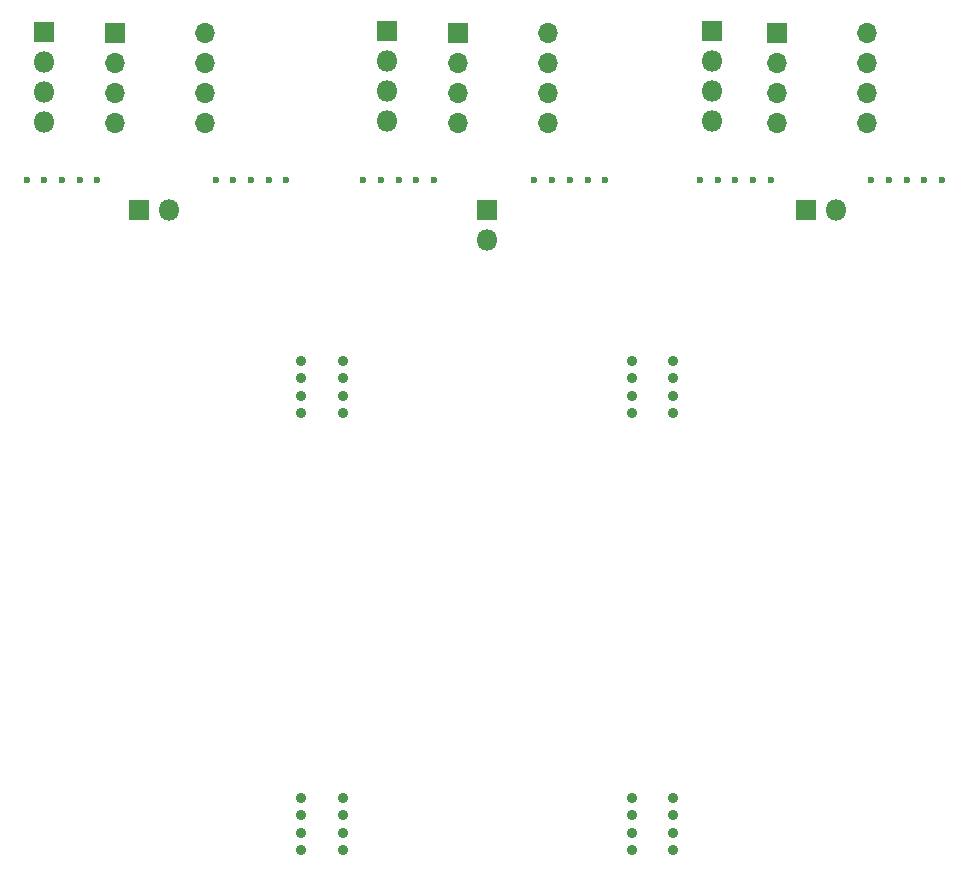
<source format=gbr>
%TF.GenerationSoftware,KiCad,Pcbnew,5.1.6-c6e7f7d~86~ubuntu16.04.1*%
%TF.CreationDate,2020-05-16T14:02:59+09:00*%
%TF.ProjectId,output.soil_monitor,6f757470-7574-42e7-936f-696c5f6d6f6e,rev?*%
%TF.SameCoordinates,Original*%
%TF.FileFunction,Soldermask,Bot*%
%TF.FilePolarity,Negative*%
%FSLAX46Y46*%
G04 Gerber Fmt 4.6, Leading zero omitted, Abs format (unit mm)*
G04 Created by KiCad (PCBNEW 5.1.6-c6e7f7d~86~ubuntu16.04.1) date 2020-05-16 14:02:59*
%MOMM*%
%LPD*%
G01*
G04 APERTURE LIST*
%ADD10C,0.600000*%
%ADD11O,1.700000X1.700000*%
%ADD12R,1.700000X1.700000*%
%ADD13O,1.800000X1.800000*%
%ADD14R,1.800000X1.800000*%
%ADD15C,0.900000*%
G04 APERTURE END LIST*
D10*
%TO.C,REF\u002A\u002A*%
X177500000Y-40500000D03*
%TD*%
%TO.C,REF\u002A\u002A*%
X176000000Y-40500000D03*
%TD*%
%TO.C,REF\u002A\u002A*%
X173000000Y-40500000D03*
%TD*%
%TO.C,REF\u002A\u002A*%
X174500000Y-40500000D03*
%TD*%
%TO.C,REF\u002A\u002A*%
X179000000Y-40500000D03*
%TD*%
%TO.C,REF\u002A\u002A*%
X163000000Y-40500000D03*
%TD*%
%TO.C,REF\u002A\u002A*%
X161500000Y-40500000D03*
%TD*%
%TO.C,REF\u002A\u002A*%
X158500000Y-40500000D03*
%TD*%
%TO.C,REF\u002A\u002A*%
X160000000Y-40500000D03*
%TD*%
%TO.C,REF\u002A\u002A*%
X164500000Y-40500000D03*
%TD*%
%TO.C,REF\u002A\u002A*%
X149000000Y-40500000D03*
%TD*%
%TO.C,REF\u002A\u002A*%
X147500000Y-40500000D03*
%TD*%
%TO.C,REF\u002A\u002A*%
X144500000Y-40500000D03*
%TD*%
%TO.C,REF\u002A\u002A*%
X146000000Y-40500000D03*
%TD*%
%TO.C,REF\u002A\u002A*%
X150500000Y-40500000D03*
%TD*%
%TO.C,REF\u002A\u002A*%
X134500000Y-40500000D03*
%TD*%
%TO.C,REF\u002A\u002A*%
X133000000Y-40500000D03*
%TD*%
%TO.C,REF\u002A\u002A*%
X130000000Y-40500000D03*
%TD*%
%TO.C,REF\u002A\u002A*%
X131500000Y-40500000D03*
%TD*%
%TO.C,REF\u002A\u002A*%
X136000000Y-40500000D03*
%TD*%
%TO.C,REF\u002A\u002A*%
X122000000Y-40500000D03*
%TD*%
%TO.C,REF\u002A\u002A*%
X120500000Y-40500000D03*
%TD*%
%TO.C,REF\u002A\u002A*%
X117500000Y-40500000D03*
%TD*%
%TO.C,REF\u002A\u002A*%
X119000000Y-40500000D03*
%TD*%
%TO.C,REF\u002A\u002A*%
X123500000Y-40500000D03*
%TD*%
%TO.C,REF\u002A\u002A*%
X107500000Y-40500000D03*
%TD*%
%TO.C,REF\u002A\u002A*%
X106000000Y-40500000D03*
%TD*%
%TO.C,REF\u002A\u002A*%
X104500000Y-40500000D03*
%TD*%
%TO.C,REF\u002A\u002A*%
X103000000Y-40500000D03*
%TD*%
%TO.C,REF\u002A\u002A*%
X101500000Y-40500000D03*
%TD*%
D11*
%TO.C,U3*%
X172620000Y-28000000D03*
X165000000Y-35620000D03*
X172620000Y-30540000D03*
X165000000Y-33080000D03*
X172620000Y-33080000D03*
X165000000Y-30540000D03*
X172620000Y-35620000D03*
D12*
X165000000Y-28000000D03*
%TD*%
D13*
%TO.C,J6*%
X159500000Y-35470000D03*
X159500000Y-32930000D03*
X159500000Y-30390000D03*
D14*
X159500000Y-27850000D03*
%TD*%
D11*
%TO.C,U2*%
X145620000Y-28000000D03*
X138000000Y-35620000D03*
X145620000Y-30540000D03*
X138000000Y-33080000D03*
X145620000Y-33080000D03*
X138000000Y-30540000D03*
X145620000Y-35620000D03*
D12*
X138000000Y-28000000D03*
%TD*%
D13*
%TO.C,J5*%
X132000000Y-35470000D03*
X132000000Y-32930000D03*
X132000000Y-30390000D03*
D14*
X132000000Y-27850000D03*
%TD*%
D13*
%TO.C,J4*%
X103000000Y-35540000D03*
X103000000Y-33000000D03*
X103000000Y-30460000D03*
D14*
X103000000Y-27920000D03*
%TD*%
D11*
%TO.C,U1*%
X116620000Y-28000000D03*
X109000000Y-35620000D03*
X116620000Y-30540000D03*
X109000000Y-33080000D03*
X116620000Y-33080000D03*
X109000000Y-30540000D03*
X116620000Y-35620000D03*
D12*
X109000000Y-28000000D03*
%TD*%
D13*
%TO.C,J3*%
X170000000Y-43000000D03*
D14*
X167460000Y-43000000D03*
%TD*%
D13*
%TO.C,J2*%
X140500000Y-45540000D03*
D14*
X140500000Y-43000000D03*
%TD*%
D13*
%TO.C,J1*%
X113540000Y-43000000D03*
D14*
X111000000Y-43000000D03*
%TD*%
D15*
%TO.C,*%
X152750000Y-60187800D03*
X152750000Y-58729292D03*
X152750000Y-57270784D03*
X152750000Y-55812276D03*
%TD*%
%TO.C,*%
X156250000Y-55812275D03*
X156250000Y-57270783D03*
X156250000Y-58729291D03*
X156250000Y-60187799D03*
%TD*%
%TO.C,*%
X124750000Y-60187800D03*
X124750000Y-58729292D03*
X124750000Y-57270784D03*
X124750000Y-55812276D03*
%TD*%
%TO.C,*%
X128250000Y-55812275D03*
X128250000Y-57270783D03*
X128250000Y-58729291D03*
X128250000Y-60187799D03*
%TD*%
%TO.C,*%
X152750000Y-97187751D03*
X152750000Y-95729238D03*
X152750000Y-94270725D03*
X152750000Y-92812212D03*
%TD*%
%TO.C,*%
X156250000Y-92812209D03*
X156250000Y-94270722D03*
X156250000Y-95729235D03*
X156250000Y-97187748D03*
%TD*%
%TO.C,*%
X124750000Y-97187751D03*
X124750000Y-95729238D03*
X124750000Y-94270725D03*
X124750000Y-92812212D03*
%TD*%
%TO.C,*%
X128250000Y-92812209D03*
X128250000Y-94270722D03*
X128250000Y-95729235D03*
X128250000Y-97187748D03*
%TD*%
M02*

</source>
